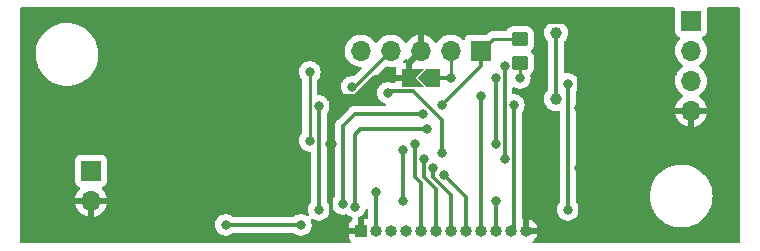
<source format=gbl>
G04 #@! TF.GenerationSoftware,KiCad,Pcbnew,(6.0.6)*
G04 #@! TF.CreationDate,2023-04-07T17:07:22+02:00*
G04 #@! TF.ProjectId,LampeSolairePetite,4c616d70-6553-46f6-9c61-697265506574,R00*
G04 #@! TF.SameCoordinates,Original*
G04 #@! TF.FileFunction,Copper,L2,Bot*
G04 #@! TF.FilePolarity,Positive*
%FSLAX46Y46*%
G04 Gerber Fmt 4.6, Leading zero omitted, Abs format (unit mm)*
G04 Created by KiCad (PCBNEW (6.0.6)) date 2023-04-07 17:07:22*
%MOMM*%
%LPD*%
G01*
G04 APERTURE LIST*
G04 Aperture macros list*
%AMRoundRect*
0 Rectangle with rounded corners*
0 $1 Rounding radius*
0 $2 $3 $4 $5 $6 $7 $8 $9 X,Y pos of 4 corners*
0 Add a 4 corners polygon primitive as box body*
4,1,4,$2,$3,$4,$5,$6,$7,$8,$9,$2,$3,0*
0 Add four circle primitives for the rounded corners*
1,1,$1+$1,$2,$3*
1,1,$1+$1,$4,$5*
1,1,$1+$1,$6,$7*
1,1,$1+$1,$8,$9*
0 Add four rect primitives between the rounded corners*
20,1,$1+$1,$2,$3,$4,$5,0*
20,1,$1+$1,$4,$5,$6,$7,0*
20,1,$1+$1,$6,$7,$8,$9,0*
20,1,$1+$1,$8,$9,$2,$3,0*%
%AMFreePoly0*
4,1,6,0.587500,-0.725000,-0.587500,-0.725000,-1.287500,0.000000,-0.587500,0.725000,0.587500,0.725000,0.587500,-0.725000,0.587500,-0.725000,$1*%
%AMFreePoly1*
4,1,6,0.587500,0.000000,1.287500,-0.725000,-0.587500,-0.725000,-0.587500,0.725000,1.287500,0.725000,0.587500,0.000000,0.587500,0.000000,$1*%
G04 Aperture macros list end*
G04 #@! TA.AperFunction,ComponentPad*
%ADD10R,1.700000X1.700000*%
G04 #@! TD*
G04 #@! TA.AperFunction,ComponentPad*
%ADD11O,1.700000X1.700000*%
G04 #@! TD*
G04 #@! TA.AperFunction,ComponentPad*
%ADD12R,1.000000X1.000000*%
G04 #@! TD*
G04 #@! TA.AperFunction,ComponentPad*
%ADD13O,1.000000X1.000000*%
G04 #@! TD*
G04 #@! TA.AperFunction,SMDPad,CuDef*
%ADD14FreePoly0,0.000000*%
G04 #@! TD*
G04 #@! TA.AperFunction,SMDPad,CuDef*
%ADD15FreePoly1,0.000000*%
G04 #@! TD*
G04 #@! TA.AperFunction,SMDPad,CuDef*
%ADD16RoundRect,0.250000X-0.450000X0.350000X-0.450000X-0.350000X0.450000X-0.350000X0.450000X0.350000X0*%
G04 #@! TD*
G04 #@! TA.AperFunction,ViaPad*
%ADD17C,1.000000*%
G04 #@! TD*
G04 #@! TA.AperFunction,ViaPad*
%ADD18C,0.800000*%
G04 #@! TD*
G04 #@! TA.AperFunction,Conductor*
%ADD19C,0.300000*%
G04 #@! TD*
G04 #@! TA.AperFunction,Conductor*
%ADD20C,0.500000*%
G04 #@! TD*
G04 #@! TA.AperFunction,Conductor*
%ADD21C,0.250000*%
G04 #@! TD*
G04 APERTURE END LIST*
D10*
X96520000Y-86360000D03*
D11*
X96520000Y-88900000D03*
D12*
X119380000Y-91440000D03*
D13*
X120650000Y-91440000D03*
X121920000Y-91440000D03*
X123190000Y-91440000D03*
X124460000Y-91440000D03*
X125730000Y-91440000D03*
X127000000Y-91440000D03*
X128270000Y-91440000D03*
X129540000Y-91440000D03*
X130810000Y-91440000D03*
X132080000Y-91440000D03*
X133350000Y-91440000D03*
D10*
X129535000Y-76200000D03*
D11*
X126995000Y-76200000D03*
X124455000Y-76200000D03*
X121915000Y-76200000D03*
X119375000Y-76200000D03*
D10*
X147320000Y-73660000D03*
D11*
X147320000Y-76200000D03*
X147320000Y-78740000D03*
X147320000Y-81280000D03*
D14*
X125497500Y-78486000D03*
D15*
X123422500Y-78486000D03*
D16*
X132842000Y-75200000D03*
X132842000Y-77200000D03*
D17*
X137922000Y-76962000D03*
X116840000Y-84074000D03*
X116840000Y-80010000D03*
X105918000Y-81788000D03*
X137922000Y-81026000D03*
X105918000Y-78994000D03*
X137922000Y-86106000D03*
D18*
X130793000Y-78486660D03*
X123952000Y-84074000D03*
X127000000Y-78486000D03*
X132842000Y-78486000D03*
X115062000Y-83820000D03*
X115062000Y-77978000D03*
X130793000Y-84074660D03*
D17*
X135890000Y-80264000D03*
X135890000Y-74676000D03*
D18*
X136906000Y-89662000D03*
X136906000Y-78994000D03*
X120650000Y-88138000D03*
X124714000Y-85344000D03*
X125476000Y-86106000D03*
X126386977Y-86719023D03*
X129540000Y-80010000D03*
X130810000Y-88900000D03*
X122936000Y-88900000D03*
X122936000Y-84582000D03*
X132334000Y-80772000D03*
X126259977Y-80750023D03*
X115824000Y-80859500D03*
X115824000Y-89662000D03*
X131542500Y-77470000D03*
X131572000Y-85344000D03*
X118618000Y-79248000D03*
X126238000Y-84836000D03*
X121666000Y-79756000D03*
X124947262Y-82838787D03*
X118872000Y-89408000D03*
X124676683Y-81540638D03*
X107950000Y-90932000D03*
X114300000Y-90932000D03*
X117856000Y-89154000D03*
D19*
X133350000Y-91440000D02*
X136652000Y-91440000D01*
X119380000Y-91440000D02*
X117348000Y-91440000D01*
D20*
X137922000Y-76962000D02*
X137922000Y-81026000D01*
D19*
X116840000Y-84074000D02*
X116840000Y-80010000D01*
D20*
X124455000Y-76200000D02*
X123422500Y-77232500D01*
D19*
X116840000Y-90932000D02*
X116840000Y-84074000D01*
X117348000Y-91440000D02*
X116840000Y-90932000D01*
D20*
X123422500Y-78486000D02*
X120581375Y-78486000D01*
X116927500Y-80097500D02*
X116840000Y-80010000D01*
D19*
X137922000Y-90170000D02*
X137922000Y-86106000D01*
D20*
X124455000Y-76200000D02*
X124455000Y-74681000D01*
D19*
X136652000Y-91440000D02*
X137922000Y-90170000D01*
D20*
X124455000Y-74681000D02*
X125476000Y-73660000D01*
D19*
X137922000Y-86106000D02*
X137922000Y-81026000D01*
D20*
X123422500Y-77232500D02*
X123422500Y-78486000D01*
X125476000Y-73660000D02*
X136906000Y-73660000D01*
X120581375Y-78486000D02*
X118969875Y-80097500D01*
X136906000Y-73660000D02*
X137922000Y-74676000D01*
X105918000Y-78994000D02*
X105918000Y-81788000D01*
X118969875Y-80097500D02*
X116927500Y-80097500D01*
X137922000Y-74676000D02*
X137922000Y-76962000D01*
D21*
X126995000Y-76200000D02*
X126995000Y-78481000D01*
D19*
X130810000Y-84057660D02*
X130793000Y-84074660D01*
X125497500Y-78486000D02*
X127000000Y-78486000D01*
X124460000Y-91440000D02*
X124460000Y-87376000D01*
D21*
X132842000Y-78486000D02*
X132842000Y-77200000D01*
X115062000Y-77978000D02*
X115062000Y-83820000D01*
X126995000Y-78481000D02*
X127000000Y-78486000D01*
D19*
X130793000Y-78486660D02*
X130810000Y-78503660D01*
X123952000Y-86868000D02*
X123952000Y-84074000D01*
X130810000Y-78503660D02*
X130810000Y-84057660D01*
X124460000Y-87376000D02*
X123952000Y-86868000D01*
X135890000Y-80264000D02*
X135890000Y-74676000D01*
X136906000Y-89662000D02*
X136906000Y-78994000D01*
X120650000Y-88138000D02*
X120650000Y-91440000D01*
X124714000Y-86868000D02*
X124714000Y-85344000D01*
X125730000Y-87884000D02*
X124714000Y-86868000D01*
X125730000Y-91440000D02*
X125730000Y-87884000D01*
X127000000Y-91440000D02*
X127000000Y-88392000D01*
X125476000Y-86868000D02*
X125476000Y-86106000D01*
X127000000Y-88392000D02*
X125476000Y-86868000D01*
X128270000Y-88602046D02*
X126386977Y-86719023D01*
X128270000Y-91440000D02*
X128270000Y-88602046D01*
X129540000Y-80010000D02*
X129540000Y-91440000D01*
X130810000Y-91440000D02*
X130810000Y-88900000D01*
X122936000Y-84582000D02*
X122936000Y-88900000D01*
X132334000Y-80772000D02*
X132334000Y-91186000D01*
X132334000Y-91186000D02*
X132080000Y-91440000D01*
D21*
X130551000Y-75184000D02*
X132826000Y-75184000D01*
X129535000Y-76200000D02*
X130551000Y-75184000D01*
D19*
X129535000Y-76200000D02*
X129535000Y-77475000D01*
D21*
X132826000Y-75184000D02*
X132842000Y-75200000D01*
D19*
X129535000Y-77475000D02*
X126259977Y-80750023D01*
X115824000Y-80859500D02*
X115824000Y-89662000D01*
X131542500Y-85314500D02*
X131572000Y-85344000D01*
X131542500Y-77470000D02*
X131542500Y-85314500D01*
X121725000Y-79561000D02*
X121666000Y-79620000D01*
X121666000Y-79620000D02*
X121666000Y-79756000D01*
X118618000Y-79248000D02*
X118867000Y-79248000D01*
X126238000Y-82042000D02*
X123757000Y-79561000D01*
X118867000Y-79248000D02*
X121915000Y-76200000D01*
X126238000Y-84836000D02*
X126238000Y-82042000D01*
X123757000Y-79561000D02*
X121725000Y-79561000D01*
X118872000Y-83312000D02*
X119345213Y-82838787D01*
X118872000Y-89408000D02*
X118872000Y-83312000D01*
X119345213Y-82838787D02*
X124947262Y-82838787D01*
X107950000Y-90932000D02*
X114300000Y-90932000D01*
X117856000Y-89154000D02*
X117856000Y-82550000D01*
X117856000Y-82550000D02*
X118865362Y-81540638D01*
X118865362Y-81540638D02*
X124676683Y-81540638D01*
G04 #@! TA.AperFunction,Conductor*
G36*
X145926249Y-72528502D02*
G01*
X145972742Y-72582158D01*
X145982846Y-72652432D01*
X145976111Y-72678728D01*
X145968255Y-72699684D01*
X145961500Y-72761866D01*
X145961500Y-74558134D01*
X145968255Y-74620316D01*
X146019385Y-74756705D01*
X146106739Y-74873261D01*
X146223295Y-74960615D01*
X146231704Y-74963767D01*
X146231705Y-74963768D01*
X146340451Y-75004535D01*
X146397216Y-75047176D01*
X146421916Y-75113738D01*
X146406709Y-75183087D01*
X146387316Y-75209568D01*
X146309715Y-75290773D01*
X146260629Y-75342138D01*
X146257720Y-75346403D01*
X146257714Y-75346411D01*
X146214193Y-75410211D01*
X146134743Y-75526680D01*
X146040688Y-75729305D01*
X145980989Y-75944570D01*
X145957251Y-76166695D01*
X145957548Y-76171848D01*
X145957548Y-76171851D01*
X145963011Y-76266590D01*
X145970110Y-76389715D01*
X145971247Y-76394761D01*
X145971248Y-76394767D01*
X145982031Y-76442614D01*
X146019222Y-76607639D01*
X146103266Y-76814616D01*
X146105965Y-76819020D01*
X146217291Y-77000688D01*
X146219987Y-77005088D01*
X146366250Y-77173938D01*
X146538126Y-77316632D01*
X146608595Y-77357811D01*
X146611445Y-77359476D01*
X146660169Y-77411114D01*
X146673240Y-77480897D01*
X146646509Y-77546669D01*
X146606055Y-77580027D01*
X146593607Y-77586507D01*
X146589474Y-77589610D01*
X146589471Y-77589612D01*
X146419100Y-77717530D01*
X146414965Y-77720635D01*
X146411393Y-77724373D01*
X146276251Y-77865791D01*
X146260629Y-77882138D01*
X146257715Y-77886410D01*
X146257714Y-77886411D01*
X146239838Y-77912617D01*
X146134743Y-78066680D01*
X146108213Y-78123834D01*
X146048720Y-78252002D01*
X146040688Y-78269305D01*
X145980989Y-78484570D01*
X145957251Y-78706695D01*
X145957548Y-78711848D01*
X145957548Y-78711851D01*
X145969812Y-78924547D01*
X145970110Y-78929715D01*
X145971247Y-78934761D01*
X145971248Y-78934767D01*
X145984597Y-78994000D01*
X146019222Y-79147639D01*
X146057461Y-79241811D01*
X146089236Y-79320063D01*
X146103266Y-79354616D01*
X146125396Y-79390729D01*
X146211320Y-79530944D01*
X146219987Y-79545088D01*
X146366250Y-79713938D01*
X146538126Y-79856632D01*
X146563525Y-79871474D01*
X146611955Y-79899774D01*
X146660679Y-79951412D01*
X146673750Y-80021195D01*
X146647019Y-80086967D01*
X146606562Y-80120327D01*
X146598457Y-80124546D01*
X146589738Y-80130036D01*
X146419433Y-80257905D01*
X146411726Y-80264748D01*
X146264590Y-80418717D01*
X146258104Y-80426727D01*
X146138098Y-80602649D01*
X146133000Y-80611623D01*
X146043338Y-80804783D01*
X146039775Y-80814470D01*
X145984389Y-81014183D01*
X145985912Y-81022607D01*
X145998292Y-81026000D01*
X148638344Y-81026000D01*
X148651875Y-81022027D01*
X148653180Y-81012947D01*
X148611214Y-80845875D01*
X148607894Y-80836124D01*
X148522972Y-80640814D01*
X148518105Y-80631739D01*
X148402426Y-80452926D01*
X148396136Y-80444757D01*
X148252806Y-80287240D01*
X148245273Y-80280215D01*
X148078139Y-80148222D01*
X148069556Y-80142520D01*
X148032602Y-80122120D01*
X147982631Y-80071687D01*
X147967859Y-80002245D01*
X147992975Y-79935839D01*
X148020327Y-79909232D01*
X148074409Y-79870656D01*
X148199860Y-79781173D01*
X148256180Y-79725050D01*
X148303089Y-79678304D01*
X148358096Y-79623489D01*
X148367739Y-79610070D01*
X148485435Y-79446277D01*
X148488453Y-79442077D01*
X148515089Y-79388184D01*
X148585136Y-79246453D01*
X148585137Y-79246451D01*
X148587430Y-79241811D01*
X148652370Y-79028069D01*
X148681529Y-78806590D01*
X148683156Y-78740000D01*
X148664852Y-78517361D01*
X148610431Y-78300702D01*
X148521354Y-78095840D01*
X148452520Y-77989439D01*
X148402822Y-77912617D01*
X148402820Y-77912614D01*
X148400014Y-77908277D01*
X148249670Y-77743051D01*
X148245619Y-77739852D01*
X148245615Y-77739848D01*
X148078414Y-77607800D01*
X148078410Y-77607798D01*
X148074359Y-77604598D01*
X148033053Y-77581796D01*
X147983084Y-77531364D01*
X147968312Y-77461921D01*
X147993428Y-77395516D01*
X148020780Y-77368909D01*
X148064603Y-77337650D01*
X148199860Y-77241173D01*
X148250447Y-77190763D01*
X148294124Y-77147238D01*
X148358096Y-77083489D01*
X148417594Y-77000689D01*
X148485435Y-76906277D01*
X148488453Y-76902077D01*
X148501995Y-76874678D01*
X148585136Y-76706453D01*
X148585137Y-76706451D01*
X148587430Y-76701811D01*
X148652370Y-76488069D01*
X148681529Y-76266590D01*
X148681897Y-76251522D01*
X148683074Y-76203365D01*
X148683074Y-76203361D01*
X148683156Y-76200000D01*
X148664852Y-75977361D01*
X148610431Y-75760702D01*
X148521354Y-75555840D01*
X148460371Y-75461574D01*
X148402822Y-75372617D01*
X148402820Y-75372614D01*
X148400014Y-75368277D01*
X148396532Y-75364450D01*
X148252798Y-75206488D01*
X148221746Y-75142642D01*
X148230141Y-75072143D01*
X148275317Y-75017375D01*
X148301761Y-75003706D01*
X148408297Y-74963767D01*
X148416705Y-74960615D01*
X148533261Y-74873261D01*
X148620615Y-74756705D01*
X148671745Y-74620316D01*
X148678500Y-74558134D01*
X148678500Y-72761866D01*
X148671745Y-72699684D01*
X148663889Y-72678728D01*
X148658707Y-72607921D01*
X148692629Y-72545552D01*
X148754885Y-72511424D01*
X148781872Y-72508500D01*
X151365500Y-72508500D01*
X151433621Y-72528502D01*
X151480114Y-72582158D01*
X151491500Y-72634500D01*
X151491500Y-92365500D01*
X151471498Y-92433621D01*
X151417842Y-92480114D01*
X151365500Y-92491500D01*
X134007404Y-92491500D01*
X133939283Y-92471498D01*
X133892790Y-92417842D01*
X133882686Y-92347568D01*
X133912180Y-92282988D01*
X133929831Y-92266210D01*
X134043645Y-92177289D01*
X134052527Y-92168831D01*
X134173643Y-92028517D01*
X134180711Y-92018497D01*
X134272262Y-91857337D01*
X134277256Y-91846121D01*
X134322142Y-91711190D01*
X134322643Y-91697097D01*
X134316454Y-91694000D01*
X133222000Y-91694000D01*
X133153879Y-91673998D01*
X133107386Y-91620342D01*
X133096000Y-91568000D01*
X133096000Y-91167885D01*
X133604000Y-91167885D01*
X133608475Y-91183124D01*
X133609865Y-91184329D01*
X133617548Y-91186000D01*
X134308183Y-91186000D01*
X134321714Y-91182027D01*
X134322806Y-91174433D01*
X134288231Y-91059919D01*
X134283560Y-91048586D01*
X134196540Y-90884923D01*
X134189751Y-90874706D01*
X134072603Y-90731067D01*
X134063959Y-90722363D01*
X133921144Y-90604216D01*
X133910973Y-90597356D01*
X133747924Y-90509196D01*
X133736619Y-90504444D01*
X133621308Y-90468750D01*
X133607205Y-90468544D01*
X133604000Y-90475299D01*
X133604000Y-91167885D01*
X133096000Y-91167885D01*
X133096000Y-90482076D01*
X133091525Y-90466837D01*
X133088613Y-90464314D01*
X133035986Y-90440279D01*
X132997603Y-90380553D01*
X132992500Y-90345056D01*
X132992500Y-81446759D01*
X133012502Y-81378638D01*
X133024864Y-81362449D01*
X133068621Y-81313852D01*
X133068622Y-81313851D01*
X133073040Y-81308944D01*
X133168527Y-81143556D01*
X133227542Y-80961928D01*
X133228680Y-80951107D01*
X133246814Y-80778565D01*
X133247504Y-80772000D01*
X133236428Y-80666620D01*
X133228232Y-80588635D01*
X133228232Y-80588633D01*
X133227542Y-80582072D01*
X133168527Y-80400444D01*
X133081582Y-80249851D01*
X134876719Y-80249851D01*
X134877235Y-80255995D01*
X134892581Y-80438749D01*
X134893268Y-80446934D01*
X134906830Y-80494229D01*
X134944269Y-80624794D01*
X134947783Y-80637050D01*
X134962980Y-80666620D01*
X135033987Y-80804783D01*
X135038187Y-80812956D01*
X135161035Y-80967953D01*
X135165728Y-80971947D01*
X135165729Y-80971948D01*
X135265427Y-81056797D01*
X135311650Y-81096136D01*
X135484294Y-81192624D01*
X135672392Y-81253740D01*
X135868777Y-81277158D01*
X135874912Y-81276686D01*
X135874914Y-81276686D01*
X136059831Y-81262457D01*
X136059836Y-81262456D01*
X136065972Y-81261984D01*
X136071907Y-81260327D01*
X136087617Y-81255941D01*
X136158607Y-81256888D01*
X136217816Y-81296064D01*
X136246445Y-81361033D01*
X136247500Y-81377300D01*
X136247500Y-88987241D01*
X136227498Y-89055362D01*
X136215136Y-89071551D01*
X136166960Y-89125056D01*
X136071473Y-89290444D01*
X136012458Y-89472072D01*
X136011768Y-89478633D01*
X136011768Y-89478635D01*
X136000593Y-89584960D01*
X135992496Y-89662000D01*
X135993186Y-89668565D01*
X136010863Y-89836749D01*
X136012458Y-89851928D01*
X136071473Y-90033556D01*
X136166960Y-90198944D01*
X136171378Y-90203851D01*
X136171379Y-90203852D01*
X136270174Y-90313575D01*
X136294747Y-90340866D01*
X136350098Y-90381081D01*
X136443773Y-90449140D01*
X136449248Y-90453118D01*
X136455276Y-90455802D01*
X136455278Y-90455803D01*
X136615983Y-90527353D01*
X136623712Y-90530794D01*
X136717113Y-90550647D01*
X136804056Y-90569128D01*
X136804061Y-90569128D01*
X136810513Y-90570500D01*
X137001487Y-90570500D01*
X137007939Y-90569128D01*
X137007944Y-90569128D01*
X137094887Y-90550647D01*
X137188288Y-90530794D01*
X137196017Y-90527353D01*
X137356722Y-90455803D01*
X137356724Y-90455802D01*
X137362752Y-90453118D01*
X137368228Y-90449140D01*
X137461902Y-90381081D01*
X137517253Y-90340866D01*
X137541826Y-90313575D01*
X137640621Y-90203852D01*
X137640622Y-90203851D01*
X137645040Y-90198944D01*
X137740527Y-90033556D01*
X137799542Y-89851928D01*
X137801138Y-89836749D01*
X137818814Y-89668565D01*
X137819504Y-89662000D01*
X137811407Y-89584960D01*
X137800232Y-89478635D01*
X137800232Y-89478633D01*
X137799542Y-89472072D01*
X137740527Y-89290444D01*
X137645040Y-89125056D01*
X137596864Y-89071551D01*
X137566146Y-89007544D01*
X137564500Y-88987241D01*
X137564500Y-88546485D01*
X143836854Y-88546485D01*
X143837156Y-88550320D01*
X143855108Y-88778417D01*
X143862370Y-88870695D01*
X143927206Y-89189378D01*
X144030398Y-89497784D01*
X144032052Y-89501253D01*
X144032053Y-89501254D01*
X144044044Y-89526393D01*
X144170405Y-89791316D01*
X144172467Y-89794553D01*
X144172470Y-89794558D01*
X144220320Y-89869667D01*
X144345141Y-90065597D01*
X144347584Y-90068560D01*
X144347585Y-90068562D01*
X144519239Y-90276794D01*
X144552001Y-90316538D01*
X144787902Y-90540399D01*
X145049326Y-90733843D01*
X145063871Y-90742072D01*
X145329019Y-90892086D01*
X145329023Y-90892088D01*
X145332376Y-90893985D01*
X145632832Y-91018438D01*
X145713420Y-91040787D01*
X145942500Y-91104317D01*
X145942508Y-91104319D01*
X145946216Y-91105347D01*
X146267856Y-91153416D01*
X146271154Y-91153560D01*
X146382918Y-91158440D01*
X146382922Y-91158440D01*
X146384294Y-91158500D01*
X146582598Y-91158500D01*
X146824605Y-91143698D01*
X146828388Y-91142997D01*
X146828395Y-91142996D01*
X147028459Y-91105916D01*
X147144372Y-91084433D01*
X147353682Y-91018438D01*
X147450860Y-90987798D01*
X147450863Y-90987797D01*
X147454532Y-90986640D01*
X147458029Y-90985046D01*
X147458035Y-90985044D01*
X147746954Y-90853376D01*
X147746958Y-90853374D01*
X147750462Y-90851777D01*
X147798411Y-90822394D01*
X148024473Y-90683863D01*
X148024476Y-90683861D01*
X148027751Y-90681854D01*
X148030755Y-90679464D01*
X148030760Y-90679461D01*
X148155008Y-90580629D01*
X148282264Y-90479405D01*
X148284958Y-90476664D01*
X148284962Y-90476660D01*
X148507513Y-90250190D01*
X148507517Y-90250185D01*
X148510208Y-90247447D01*
X148675707Y-90031765D01*
X148705835Y-89992502D01*
X148705837Y-89992498D01*
X148708185Y-89989439D01*
X148837346Y-89770166D01*
X148871289Y-89712543D01*
X148871291Y-89712540D01*
X148873242Y-89709227D01*
X149002920Y-89410988D01*
X149004319Y-89406267D01*
X149067483Y-89193027D01*
X149095285Y-89099169D01*
X149148961Y-88778417D01*
X149163146Y-88453515D01*
X149145243Y-88226041D01*
X149137932Y-88133140D01*
X149137932Y-88133137D01*
X149137630Y-88129305D01*
X149072794Y-87810622D01*
X148969602Y-87502216D01*
X148951396Y-87464045D01*
X148886370Y-87327715D01*
X148829595Y-87208684D01*
X148654859Y-86934403D01*
X148507470Y-86755606D01*
X148450442Y-86686425D01*
X148450438Y-86686420D01*
X148447999Y-86683462D01*
X148212098Y-86459601D01*
X147950674Y-86266157D01*
X147745781Y-86150234D01*
X147670981Y-86107914D01*
X147670977Y-86107912D01*
X147667624Y-86106015D01*
X147367168Y-85981562D01*
X147263712Y-85952871D01*
X147057500Y-85895683D01*
X147057492Y-85895681D01*
X147053784Y-85894653D01*
X146732144Y-85846584D01*
X146728846Y-85846440D01*
X146617082Y-85841560D01*
X146617078Y-85841560D01*
X146615706Y-85841500D01*
X146417402Y-85841500D01*
X146175395Y-85856302D01*
X146171612Y-85857003D01*
X146171605Y-85857004D01*
X146042438Y-85880944D01*
X145855628Y-85915567D01*
X145671058Y-85973762D01*
X145549140Y-86012202D01*
X145549137Y-86012203D01*
X145545468Y-86013360D01*
X145541971Y-86014954D01*
X145541965Y-86014956D01*
X145253046Y-86146624D01*
X145253042Y-86146626D01*
X145249538Y-86148223D01*
X145246259Y-86150233D01*
X145246256Y-86150234D01*
X145082153Y-86250797D01*
X144972249Y-86318146D01*
X144969245Y-86320536D01*
X144969240Y-86320539D01*
X144844992Y-86419371D01*
X144717736Y-86520595D01*
X144715042Y-86523336D01*
X144715038Y-86523340D01*
X144492487Y-86749810D01*
X144492483Y-86749815D01*
X144489792Y-86752553D01*
X144291815Y-87010561D01*
X144180255Y-87199953D01*
X144147997Y-87254717D01*
X144126758Y-87290773D01*
X143997080Y-87589012D01*
X143995986Y-87592706D01*
X143995984Y-87592711D01*
X143974936Y-87663768D01*
X143904715Y-87900831D01*
X143851039Y-88221583D01*
X143836854Y-88546485D01*
X137564500Y-88546485D01*
X137564500Y-81547966D01*
X145988257Y-81547966D01*
X146018565Y-81682446D01*
X146021645Y-81692275D01*
X146101770Y-81889603D01*
X146106413Y-81898794D01*
X146217694Y-82080388D01*
X146223777Y-82088699D01*
X146363213Y-82249667D01*
X146370580Y-82256883D01*
X146534434Y-82392916D01*
X146542881Y-82398831D01*
X146726756Y-82506279D01*
X146736042Y-82510729D01*
X146935001Y-82586703D01*
X146944899Y-82589579D01*
X147048250Y-82610606D01*
X147062299Y-82609410D01*
X147066000Y-82599065D01*
X147066000Y-82598517D01*
X147574000Y-82598517D01*
X147578064Y-82612359D01*
X147591478Y-82614393D01*
X147598184Y-82613534D01*
X147608262Y-82611392D01*
X147812255Y-82550191D01*
X147821842Y-82546433D01*
X148013095Y-82452739D01*
X148021945Y-82447464D01*
X148195328Y-82323792D01*
X148203200Y-82317139D01*
X148354052Y-82166812D01*
X148360730Y-82158965D01*
X148485003Y-81986020D01*
X148490313Y-81977183D01*
X148584670Y-81786267D01*
X148588469Y-81776672D01*
X148650377Y-81572910D01*
X148652555Y-81562837D01*
X148653986Y-81551962D01*
X148651775Y-81537778D01*
X148638617Y-81534000D01*
X147592115Y-81534000D01*
X147576876Y-81538475D01*
X147575671Y-81539865D01*
X147574000Y-81547548D01*
X147574000Y-82598517D01*
X147066000Y-82598517D01*
X147066000Y-81552115D01*
X147061525Y-81536876D01*
X147060135Y-81535671D01*
X147052452Y-81534000D01*
X146003225Y-81534000D01*
X145989694Y-81537973D01*
X145988257Y-81547966D01*
X137564500Y-81547966D01*
X137564500Y-79668759D01*
X137584502Y-79600638D01*
X137596864Y-79584449D01*
X137640621Y-79535852D01*
X137640622Y-79535851D01*
X137645040Y-79530944D01*
X137740527Y-79365556D01*
X137799542Y-79183928D01*
X137801138Y-79168749D01*
X137818814Y-79000565D01*
X137819504Y-78994000D01*
X137813278Y-78934767D01*
X137800232Y-78810635D01*
X137800232Y-78810633D01*
X137799542Y-78804072D01*
X137740527Y-78622444D01*
X137725383Y-78596213D01*
X137658049Y-78479588D01*
X137645040Y-78457056D01*
X137562805Y-78365724D01*
X137521675Y-78320045D01*
X137521674Y-78320044D01*
X137517253Y-78315134D01*
X137402829Y-78232000D01*
X137368094Y-78206763D01*
X137368093Y-78206762D01*
X137362752Y-78202882D01*
X137356724Y-78200198D01*
X137356722Y-78200197D01*
X137194319Y-78127891D01*
X137194318Y-78127891D01*
X137188288Y-78125206D01*
X137085888Y-78103440D01*
X137007944Y-78086872D01*
X137007939Y-78086872D01*
X137001487Y-78085500D01*
X136810513Y-78085500D01*
X136804061Y-78086872D01*
X136804056Y-78086872D01*
X136700697Y-78108842D01*
X136629906Y-78103440D01*
X136573273Y-78060623D01*
X136548780Y-77993985D01*
X136548500Y-77985595D01*
X136548500Y-75501456D01*
X136568502Y-75433335D01*
X136586165Y-75411956D01*
X136588847Y-75409861D01*
X136653463Y-75335003D01*
X136714049Y-75264813D01*
X136714050Y-75264811D01*
X136718078Y-75260145D01*
X136815769Y-75088179D01*
X136878197Y-74900513D01*
X136902985Y-74704295D01*
X136903222Y-74687296D01*
X136903331Y-74679523D01*
X136903331Y-74679520D01*
X136903380Y-74676000D01*
X136884080Y-74479167D01*
X136878973Y-74462250D01*
X136828697Y-74295731D01*
X136826916Y-74289831D01*
X136734066Y-74115204D01*
X136651004Y-74013360D01*
X136612960Y-73966713D01*
X136612957Y-73966710D01*
X136609065Y-73961938D01*
X136602724Y-73956692D01*
X136461425Y-73839799D01*
X136461421Y-73839797D01*
X136456675Y-73835870D01*
X136282701Y-73741802D01*
X136093768Y-73683318D01*
X136087643Y-73682674D01*
X136087642Y-73682674D01*
X135903204Y-73663289D01*
X135903202Y-73663289D01*
X135897075Y-73662645D01*
X135814576Y-73670153D01*
X135706251Y-73680011D01*
X135706248Y-73680012D01*
X135700112Y-73680570D01*
X135694206Y-73682308D01*
X135694202Y-73682309D01*
X135589076Y-73713249D01*
X135510381Y-73736410D01*
X135504923Y-73739263D01*
X135504919Y-73739265D01*
X135414147Y-73786720D01*
X135335110Y-73828040D01*
X135180975Y-73951968D01*
X135053846Y-74103474D01*
X135050879Y-74108872D01*
X135050875Y-74108877D01*
X135021822Y-74161725D01*
X134958567Y-74276787D01*
X134956706Y-74282654D01*
X134956705Y-74282656D01*
X134900627Y-74459436D01*
X134898765Y-74465306D01*
X134876719Y-74661851D01*
X134878856Y-74687296D01*
X134892300Y-74847402D01*
X134893268Y-74858934D01*
X134904867Y-74899385D01*
X134935019Y-75004535D01*
X134947783Y-75049050D01*
X134950602Y-75054535D01*
X135031607Y-75212152D01*
X135038187Y-75224956D01*
X135161035Y-75379953D01*
X135165729Y-75383947D01*
X135165730Y-75383949D01*
X135187164Y-75402191D01*
X135226076Y-75461574D01*
X135231500Y-75498144D01*
X135231500Y-79438975D01*
X135211498Y-79507096D01*
X135189719Y-79531317D01*
X135190184Y-79531792D01*
X135185782Y-79536103D01*
X135180975Y-79539968D01*
X135053846Y-79691474D01*
X135050879Y-79696872D01*
X135050875Y-79696877D01*
X134995070Y-79798387D01*
X134958567Y-79864787D01*
X134956706Y-79870654D01*
X134956705Y-79870656D01*
X134910420Y-80016565D01*
X134898765Y-80053306D01*
X134876719Y-80249851D01*
X133081582Y-80249851D01*
X133073040Y-80235056D01*
X133059034Y-80219500D01*
X132949675Y-80098045D01*
X132949674Y-80098044D01*
X132945253Y-80093134D01*
X132830829Y-80010000D01*
X132796094Y-79984763D01*
X132796093Y-79984762D01*
X132790752Y-79980882D01*
X132784724Y-79978198D01*
X132784722Y-79978197D01*
X132622319Y-79905891D01*
X132622318Y-79905891D01*
X132616288Y-79903206D01*
X132512895Y-79881229D01*
X132435944Y-79864872D01*
X132435939Y-79864872D01*
X132429487Y-79863500D01*
X132327000Y-79863500D01*
X132258879Y-79843498D01*
X132212386Y-79789842D01*
X132201000Y-79737500D01*
X132201000Y-79388184D01*
X132221002Y-79320063D01*
X132274658Y-79273570D01*
X132344932Y-79263466D01*
X132385131Y-79277380D01*
X132385248Y-79277118D01*
X132388304Y-79278479D01*
X132388308Y-79278480D01*
X132391274Y-79279801D01*
X132506571Y-79331134D01*
X132559712Y-79354794D01*
X132653113Y-79374647D01*
X132740056Y-79393128D01*
X132740061Y-79393128D01*
X132746513Y-79394500D01*
X132937487Y-79394500D01*
X132943939Y-79393128D01*
X132943944Y-79393128D01*
X133030887Y-79374647D01*
X133124288Y-79354794D01*
X133172046Y-79333531D01*
X133292722Y-79279803D01*
X133292724Y-79279802D01*
X133298752Y-79277118D01*
X133329794Y-79254565D01*
X133413839Y-79193502D01*
X133453253Y-79164866D01*
X133532247Y-79077134D01*
X133576621Y-79027852D01*
X133576622Y-79027851D01*
X133581040Y-79022944D01*
X133653411Y-78897594D01*
X133673223Y-78863279D01*
X133673224Y-78863278D01*
X133676527Y-78857556D01*
X133735542Y-78675928D01*
X133740143Y-78632158D01*
X133754814Y-78492565D01*
X133755504Y-78486000D01*
X133744280Y-78379206D01*
X133736233Y-78302642D01*
X133736232Y-78302638D01*
X133735542Y-78296072D01*
X133730497Y-78280544D01*
X133728471Y-78209576D01*
X133764702Y-78149496D01*
X133766348Y-78148478D01*
X133891305Y-78023303D01*
X133960325Y-77911333D01*
X133980275Y-77878968D01*
X133980276Y-77878966D01*
X133984115Y-77872738D01*
X134027130Y-77743051D01*
X134037632Y-77711389D01*
X134037632Y-77711387D01*
X134039797Y-77704861D01*
X134050500Y-77600400D01*
X134050500Y-76799600D01*
X134049622Y-76791134D01*
X134040238Y-76700692D01*
X134040237Y-76700688D01*
X134039526Y-76693834D01*
X133995834Y-76562872D01*
X133985868Y-76533002D01*
X133983550Y-76526054D01*
X133890478Y-76375652D01*
X133803891Y-76289216D01*
X133769812Y-76226934D01*
X133774815Y-76156114D01*
X133803736Y-76111025D01*
X133886134Y-76028483D01*
X133891305Y-76023303D01*
X133922718Y-75972342D01*
X133980275Y-75878968D01*
X133980276Y-75878966D01*
X133984115Y-75872738D01*
X134019611Y-75765720D01*
X134037632Y-75711389D01*
X134037632Y-75711387D01*
X134039797Y-75704861D01*
X134050500Y-75600400D01*
X134050500Y-74799600D01*
X134046098Y-74757173D01*
X134040238Y-74700692D01*
X134040237Y-74700688D01*
X134039526Y-74693834D01*
X134034752Y-74679523D01*
X133985868Y-74533002D01*
X133983550Y-74526054D01*
X133890478Y-74375652D01*
X133765303Y-74250695D01*
X133759072Y-74246854D01*
X133620968Y-74161725D01*
X133620966Y-74161724D01*
X133614738Y-74157885D01*
X133534995Y-74131436D01*
X133453389Y-74104368D01*
X133453387Y-74104368D01*
X133446861Y-74102203D01*
X133440025Y-74101503D01*
X133440022Y-74101502D01*
X133396969Y-74097091D01*
X133342400Y-74091500D01*
X132341600Y-74091500D01*
X132338354Y-74091837D01*
X132338350Y-74091837D01*
X132242692Y-74101762D01*
X132242688Y-74101763D01*
X132235834Y-74102474D01*
X132229298Y-74104655D01*
X132229296Y-74104655D01*
X132181369Y-74120645D01*
X132068054Y-74158450D01*
X131917652Y-74251522D01*
X131792695Y-74376697D01*
X131788855Y-74382927D01*
X131788854Y-74382928D01*
X131722474Y-74490616D01*
X131669702Y-74538109D01*
X131615214Y-74550500D01*
X130629767Y-74550500D01*
X130618584Y-74549973D01*
X130611091Y-74548298D01*
X130603165Y-74548547D01*
X130603164Y-74548547D01*
X130543001Y-74550438D01*
X130539043Y-74550500D01*
X130511144Y-74550500D01*
X130507154Y-74551004D01*
X130495320Y-74551936D01*
X130451111Y-74553326D01*
X130443497Y-74555538D01*
X130443492Y-74555539D01*
X130431659Y-74558977D01*
X130412296Y-74562988D01*
X130392203Y-74565526D01*
X130384836Y-74568443D01*
X130384831Y-74568444D01*
X130351092Y-74581802D01*
X130339865Y-74585646D01*
X130297407Y-74597982D01*
X130290581Y-74602019D01*
X130279972Y-74608293D01*
X130262224Y-74616988D01*
X130243383Y-74624448D01*
X130236967Y-74629110D01*
X130236966Y-74629110D01*
X130207613Y-74650436D01*
X130197693Y-74656952D01*
X130166465Y-74675420D01*
X130166462Y-74675422D01*
X130159638Y-74679458D01*
X130145317Y-74693779D01*
X130130284Y-74706619D01*
X130113893Y-74718528D01*
X130108842Y-74724634D01*
X130085702Y-74752605D01*
X130077712Y-74761384D01*
X130034501Y-74804595D01*
X129972189Y-74838621D01*
X129945406Y-74841500D01*
X128636866Y-74841500D01*
X128574684Y-74848255D01*
X128438295Y-74899385D01*
X128321739Y-74986739D01*
X128234385Y-75103295D01*
X128231233Y-75111703D01*
X128189919Y-75221907D01*
X128147277Y-75278671D01*
X128080716Y-75303371D01*
X128011367Y-75288163D01*
X127978743Y-75262476D01*
X127928151Y-75206875D01*
X127928142Y-75206866D01*
X127924670Y-75203051D01*
X127920619Y-75199852D01*
X127920615Y-75199848D01*
X127753414Y-75067800D01*
X127753410Y-75067798D01*
X127749359Y-75064598D01*
X127713028Y-75044542D01*
X127657494Y-75013886D01*
X127553789Y-74956638D01*
X127548920Y-74954914D01*
X127548916Y-74954912D01*
X127348087Y-74883795D01*
X127348083Y-74883794D01*
X127343212Y-74882069D01*
X127338119Y-74881162D01*
X127338116Y-74881161D01*
X127128373Y-74843800D01*
X127128367Y-74843799D01*
X127123284Y-74842894D01*
X127049452Y-74841992D01*
X126905081Y-74840228D01*
X126905079Y-74840228D01*
X126899911Y-74840165D01*
X126679091Y-74873955D01*
X126466756Y-74943357D01*
X126433604Y-74960615D01*
X126275108Y-75043123D01*
X126268607Y-75046507D01*
X126264474Y-75049610D01*
X126264471Y-75049612D01*
X126140567Y-75142642D01*
X126089965Y-75180635D01*
X126064541Y-75207240D01*
X125996280Y-75278671D01*
X125935629Y-75342138D01*
X125932720Y-75346403D01*
X125932714Y-75346411D01*
X125889193Y-75410211D01*
X125828204Y-75499618D01*
X125827898Y-75500066D01*
X125772987Y-75545069D01*
X125702462Y-75553240D01*
X125638715Y-75521986D01*
X125618018Y-75497502D01*
X125537426Y-75372926D01*
X125531136Y-75364757D01*
X125387806Y-75207240D01*
X125380273Y-75200215D01*
X125213139Y-75068222D01*
X125204552Y-75062517D01*
X125018117Y-74959599D01*
X125008705Y-74955369D01*
X124807959Y-74884280D01*
X124797988Y-74881646D01*
X124726837Y-74868972D01*
X124713540Y-74870432D01*
X124709000Y-74884989D01*
X124709000Y-76328000D01*
X124688998Y-76396121D01*
X124635342Y-76442614D01*
X124583000Y-76454000D01*
X124327000Y-76454000D01*
X124258879Y-76433998D01*
X124212386Y-76380342D01*
X124201000Y-76328000D01*
X124201000Y-74883102D01*
X124197082Y-74869758D01*
X124182806Y-74867771D01*
X124144324Y-74873660D01*
X124134288Y-74876051D01*
X123931868Y-74942212D01*
X123922359Y-74946209D01*
X123733463Y-75044542D01*
X123724738Y-75050036D01*
X123554433Y-75177905D01*
X123546726Y-75184748D01*
X123399590Y-75338717D01*
X123393109Y-75346722D01*
X123288498Y-75500074D01*
X123233587Y-75545076D01*
X123163062Y-75553247D01*
X123099315Y-75521993D01*
X123078618Y-75497509D01*
X122997822Y-75372617D01*
X122997820Y-75372614D01*
X122995014Y-75368277D01*
X122844670Y-75203051D01*
X122840619Y-75199852D01*
X122840615Y-75199848D01*
X122673414Y-75067800D01*
X122673410Y-75067798D01*
X122669359Y-75064598D01*
X122633028Y-75044542D01*
X122577494Y-75013886D01*
X122473789Y-74956638D01*
X122468920Y-74954914D01*
X122468916Y-74954912D01*
X122268087Y-74883795D01*
X122268083Y-74883794D01*
X122263212Y-74882069D01*
X122258119Y-74881162D01*
X122258116Y-74881161D01*
X122048373Y-74843800D01*
X122048367Y-74843799D01*
X122043284Y-74842894D01*
X121969452Y-74841992D01*
X121825081Y-74840228D01*
X121825079Y-74840228D01*
X121819911Y-74840165D01*
X121599091Y-74873955D01*
X121386756Y-74943357D01*
X121353604Y-74960615D01*
X121195108Y-75043123D01*
X121188607Y-75046507D01*
X121184474Y-75049610D01*
X121184471Y-75049612D01*
X121060567Y-75142642D01*
X121009965Y-75180635D01*
X120984541Y-75207240D01*
X120916280Y-75278671D01*
X120855629Y-75342138D01*
X120748201Y-75499621D01*
X120693293Y-75544621D01*
X120622768Y-75552792D01*
X120559021Y-75521538D01*
X120538324Y-75497054D01*
X120457822Y-75372617D01*
X120457820Y-75372614D01*
X120455014Y-75368277D01*
X120304670Y-75203051D01*
X120300619Y-75199852D01*
X120300615Y-75199848D01*
X120133414Y-75067800D01*
X120133410Y-75067798D01*
X120129359Y-75064598D01*
X120093028Y-75044542D01*
X120037494Y-75013886D01*
X119933789Y-74956638D01*
X119928920Y-74954914D01*
X119928916Y-74954912D01*
X119728087Y-74883795D01*
X119728083Y-74883794D01*
X119723212Y-74882069D01*
X119718119Y-74881162D01*
X119718116Y-74881161D01*
X119508373Y-74843800D01*
X119508367Y-74843799D01*
X119503284Y-74842894D01*
X119429452Y-74841992D01*
X119285081Y-74840228D01*
X119285079Y-74840228D01*
X119279911Y-74840165D01*
X119059091Y-74873955D01*
X118846756Y-74943357D01*
X118813604Y-74960615D01*
X118655108Y-75043123D01*
X118648607Y-75046507D01*
X118644474Y-75049610D01*
X118644471Y-75049612D01*
X118520567Y-75142642D01*
X118469965Y-75180635D01*
X118444541Y-75207240D01*
X118376280Y-75278671D01*
X118315629Y-75342138D01*
X118312720Y-75346403D01*
X118312714Y-75346411D01*
X118269193Y-75410211D01*
X118189743Y-75526680D01*
X118095688Y-75729305D01*
X118035989Y-75944570D01*
X118012251Y-76166695D01*
X118012548Y-76171848D01*
X118012548Y-76171851D01*
X118018011Y-76266590D01*
X118025110Y-76389715D01*
X118026247Y-76394761D01*
X118026248Y-76394767D01*
X118037031Y-76442614D01*
X118074222Y-76607639D01*
X118158266Y-76814616D01*
X118160965Y-76819020D01*
X118272291Y-77000688D01*
X118274987Y-77005088D01*
X118421250Y-77173938D01*
X118593126Y-77316632D01*
X118786000Y-77429338D01*
X118790825Y-77431180D01*
X118790826Y-77431181D01*
X118816686Y-77441056D01*
X118994692Y-77509030D01*
X118999760Y-77510061D01*
X118999763Y-77510062D01*
X119064860Y-77523306D01*
X119213597Y-77553567D01*
X119218771Y-77553757D01*
X119218773Y-77553757D01*
X119326544Y-77557709D01*
X119393886Y-77580194D01*
X119438381Y-77635517D01*
X119445903Y-77706114D01*
X119411021Y-77772719D01*
X118869694Y-78314046D01*
X118807382Y-78348072D01*
X118754402Y-78348197D01*
X118713487Y-78339500D01*
X118522513Y-78339500D01*
X118516061Y-78340872D01*
X118516056Y-78340872D01*
X118448279Y-78355279D01*
X118335712Y-78379206D01*
X118329682Y-78381891D01*
X118329681Y-78381891D01*
X118167278Y-78454197D01*
X118167276Y-78454198D01*
X118161248Y-78456882D01*
X118155907Y-78460762D01*
X118155906Y-78460763D01*
X118129996Y-78479588D01*
X118006747Y-78569134D01*
X118002326Y-78574044D01*
X118002325Y-78574045D01*
X117903445Y-78683863D01*
X117878960Y-78711056D01*
X117858863Y-78745865D01*
X117797626Y-78851931D01*
X117783473Y-78876444D01*
X117724458Y-79058072D01*
X117723768Y-79064633D01*
X117723768Y-79064635D01*
X117712524Y-79171618D01*
X117704496Y-79248000D01*
X117705186Y-79254565D01*
X117719894Y-79394500D01*
X117724458Y-79437928D01*
X117783473Y-79619556D01*
X117878960Y-79784944D01*
X117883378Y-79789851D01*
X117883379Y-79789852D01*
X118002325Y-79921955D01*
X118006747Y-79926866D01*
X118094615Y-79990706D01*
X118130207Y-80016565D01*
X118161248Y-80039118D01*
X118167276Y-80041802D01*
X118167278Y-80041803D01*
X118301929Y-80101753D01*
X118335712Y-80116794D01*
X118429113Y-80136647D01*
X118516056Y-80155128D01*
X118516061Y-80155128D01*
X118522513Y-80156500D01*
X118713487Y-80156500D01*
X118719939Y-80155128D01*
X118719944Y-80155128D01*
X118806887Y-80136647D01*
X118900288Y-80116794D01*
X118934071Y-80101753D01*
X119068722Y-80041803D01*
X119068724Y-80041802D01*
X119074752Y-80039118D01*
X119105794Y-80016565D01*
X119141385Y-79990706D01*
X119229253Y-79926866D01*
X119233675Y-79921955D01*
X119352621Y-79789852D01*
X119352622Y-79789851D01*
X119357040Y-79784944D01*
X119452527Y-79619556D01*
X119455609Y-79610069D01*
X119457020Y-79607768D01*
X119457254Y-79607242D01*
X119457323Y-79607273D01*
X119486347Y-79559913D01*
X121488928Y-77557332D01*
X121551240Y-77523306D01*
X121603140Y-77522956D01*
X121753597Y-77553567D01*
X121758772Y-77553757D01*
X121758774Y-77553757D01*
X121971673Y-77561564D01*
X121971677Y-77561564D01*
X121976837Y-77561753D01*
X121981957Y-77561097D01*
X121981959Y-77561097D01*
X122193132Y-77534045D01*
X122263242Y-77545229D01*
X122316176Y-77592543D01*
X122335127Y-77660963D01*
X122333859Y-77676956D01*
X122322416Y-77756541D01*
X122321776Y-77765495D01*
X122321776Y-78213885D01*
X122326251Y-78229124D01*
X122327641Y-78230329D01*
X122335324Y-78232000D01*
X123550500Y-78232000D01*
X123618621Y-78252002D01*
X123665114Y-78305658D01*
X123676500Y-78358000D01*
X123676500Y-78614000D01*
X123656498Y-78682121D01*
X123602842Y-78728614D01*
X123550500Y-78740000D01*
X122339891Y-78740000D01*
X122324652Y-78744475D01*
X122323447Y-78745865D01*
X122321776Y-78753548D01*
X122321776Y-78776500D01*
X122301774Y-78844621D01*
X122248118Y-78891114D01*
X122195776Y-78902500D01*
X122009422Y-78902500D01*
X121958174Y-78891607D01*
X121954323Y-78889892D01*
X121954315Y-78889889D01*
X121948288Y-78887206D01*
X121835721Y-78863279D01*
X121767944Y-78848872D01*
X121767939Y-78848872D01*
X121761487Y-78847500D01*
X121570513Y-78847500D01*
X121564061Y-78848872D01*
X121564056Y-78848872D01*
X121496279Y-78863279D01*
X121383712Y-78887206D01*
X121377682Y-78889891D01*
X121377681Y-78889891D01*
X121215278Y-78962197D01*
X121215276Y-78962198D01*
X121209248Y-78964882D01*
X121203907Y-78968762D01*
X121203906Y-78968763D01*
X121177707Y-78987798D01*
X121054747Y-79077134D01*
X121050326Y-79082044D01*
X121050325Y-79082045D01*
X120952937Y-79190206D01*
X120926960Y-79219056D01*
X120910249Y-79248000D01*
X120846152Y-79359020D01*
X120831473Y-79384444D01*
X120772458Y-79566072D01*
X120771768Y-79572633D01*
X120771768Y-79572635D01*
X120766864Y-79619292D01*
X120752496Y-79756000D01*
X120753186Y-79762565D01*
X120771398Y-79935839D01*
X120772458Y-79945928D01*
X120831473Y-80127556D01*
X120834776Y-80133278D01*
X120834777Y-80133279D01*
X120847392Y-80155128D01*
X120926960Y-80292944D01*
X120931378Y-80297851D01*
X120931379Y-80297852D01*
X121050325Y-80429955D01*
X121054747Y-80434866D01*
X121209248Y-80547118D01*
X121215276Y-80549802D01*
X121215278Y-80549803D01*
X121287756Y-80582072D01*
X121383712Y-80624794D01*
X121419526Y-80632407D01*
X121421805Y-80632891D01*
X121484279Y-80666620D01*
X121518600Y-80728769D01*
X121513872Y-80799608D01*
X121471596Y-80856646D01*
X121405195Y-80881773D01*
X121395608Y-80882138D01*
X118947418Y-80882138D01*
X118935562Y-80881579D01*
X118935559Y-80881579D01*
X118927825Y-80879850D01*
X118856993Y-80882076D01*
X118853035Y-80882138D01*
X118823930Y-80882138D01*
X118819530Y-80882694D01*
X118807698Y-80883626D01*
X118761531Y-80885076D01*
X118740941Y-80891058D01*
X118721580Y-80895068D01*
X118714592Y-80895950D01*
X118708158Y-80896763D01*
X118708157Y-80896763D01*
X118700298Y-80897756D01*
X118692933Y-80900672D01*
X118692929Y-80900673D01*
X118657344Y-80914762D01*
X118646114Y-80918607D01*
X118601761Y-80931493D01*
X118594937Y-80935529D01*
X118583305Y-80942408D01*
X118565549Y-80951107D01*
X118545606Y-80959003D01*
X118527789Y-80971948D01*
X118508230Y-80986158D01*
X118498311Y-80992673D01*
X118465385Y-81012146D01*
X118465381Y-81012149D01*
X118458555Y-81016186D01*
X118443394Y-81031347D01*
X118428362Y-81044186D01*
X118411005Y-81056797D01*
X118383279Y-81090313D01*
X118381560Y-81092390D01*
X118373570Y-81101171D01*
X117448391Y-82026349D01*
X117439612Y-82034337D01*
X117432920Y-82038584D01*
X117427495Y-82044361D01*
X117384395Y-82090258D01*
X117381640Y-82093100D01*
X117361073Y-82113667D01*
X117358356Y-82117170D01*
X117350648Y-82126195D01*
X117319028Y-82159867D01*
X117315207Y-82166818D01*
X117315206Y-82166819D01*
X117308697Y-82178658D01*
X117297843Y-82195182D01*
X117294775Y-82199138D01*
X117284696Y-82212132D01*
X117281549Y-82219404D01*
X117281548Y-82219406D01*
X117266346Y-82254535D01*
X117261124Y-82265195D01*
X117238876Y-82305663D01*
X117233541Y-82326441D01*
X117227142Y-82345131D01*
X117218620Y-82364824D01*
X117217380Y-82372655D01*
X117211394Y-82410448D01*
X117208987Y-82422071D01*
X117197500Y-82466812D01*
X117197500Y-82488259D01*
X117195949Y-82507969D01*
X117192594Y-82529152D01*
X117193340Y-82537043D01*
X117196941Y-82575138D01*
X117197500Y-82586996D01*
X117197500Y-88479241D01*
X117177498Y-88547362D01*
X117165136Y-88563551D01*
X117116960Y-88617056D01*
X117021473Y-88782444D01*
X116962458Y-88964072D01*
X116942496Y-89154000D01*
X116962458Y-89343928D01*
X117021473Y-89525556D01*
X117024776Y-89531278D01*
X117024777Y-89531279D01*
X117052252Y-89578866D01*
X117116960Y-89690944D01*
X117121378Y-89695851D01*
X117121379Y-89695852D01*
X117203280Y-89786812D01*
X117244747Y-89832866D01*
X117399248Y-89945118D01*
X117405276Y-89947802D01*
X117405278Y-89947803D01*
X117564811Y-90018831D01*
X117573712Y-90022794D01*
X117667113Y-90042647D01*
X117754056Y-90061128D01*
X117754061Y-90061128D01*
X117760513Y-90062500D01*
X117951487Y-90062500D01*
X117957940Y-90061128D01*
X117957953Y-90061127D01*
X118121495Y-90026364D01*
X118192285Y-90031765D01*
X118241328Y-90065300D01*
X118256322Y-90081953D01*
X118256329Y-90081959D01*
X118260747Y-90086866D01*
X118266089Y-90090747D01*
X118266091Y-90090749D01*
X118391094Y-90181569D01*
X118415248Y-90199118D01*
X118421276Y-90201802D01*
X118421278Y-90201803D01*
X118458819Y-90218517D01*
X118589712Y-90276794D01*
X118590183Y-90276894D01*
X118646915Y-90315685D01*
X118674552Y-90381081D01*
X118662447Y-90451038D01*
X118624939Y-90496272D01*
X118524276Y-90571715D01*
X118511715Y-90584276D01*
X118435214Y-90686351D01*
X118426676Y-90701946D01*
X118381522Y-90822394D01*
X118377895Y-90837649D01*
X118372369Y-90888514D01*
X118372000Y-90895328D01*
X118372000Y-91167885D01*
X118376475Y-91183124D01*
X118377865Y-91184329D01*
X118385548Y-91186000D01*
X119107885Y-91186000D01*
X119123124Y-91181525D01*
X119124329Y-91180135D01*
X119126000Y-91172452D01*
X119126000Y-90450116D01*
X119115319Y-90413740D01*
X119115319Y-90342744D01*
X119153703Y-90283017D01*
X119184967Y-90263135D01*
X119322719Y-90201805D01*
X119322726Y-90201801D01*
X119328752Y-90199118D01*
X119368567Y-90170191D01*
X119384883Y-90158336D01*
X119483253Y-90086866D01*
X119506428Y-90061128D01*
X119606621Y-89949852D01*
X119606622Y-89949851D01*
X119611040Y-89944944D01*
X119697866Y-89794558D01*
X119703223Y-89785279D01*
X119703224Y-89785278D01*
X119706527Y-89779556D01*
X119745667Y-89659096D01*
X119785741Y-89600490D01*
X119851137Y-89572853D01*
X119921094Y-89584960D01*
X119973400Y-89632966D01*
X119991500Y-89698032D01*
X119991500Y-90306000D01*
X119971498Y-90374121D01*
X119917842Y-90420614D01*
X119865500Y-90432000D01*
X119652115Y-90432000D01*
X119636876Y-90436475D01*
X119635671Y-90437865D01*
X119634000Y-90445548D01*
X119634000Y-91568000D01*
X119613998Y-91636121D01*
X119560342Y-91682614D01*
X119508000Y-91694000D01*
X118390116Y-91694000D01*
X118374877Y-91698475D01*
X118373672Y-91699865D01*
X118372001Y-91707548D01*
X118372001Y-91984669D01*
X118372371Y-91991490D01*
X118377895Y-92042352D01*
X118381521Y-92057604D01*
X118426676Y-92178054D01*
X118435211Y-92193644D01*
X118507377Y-92289935D01*
X118532224Y-92356442D01*
X118517171Y-92425824D01*
X118466996Y-92476054D01*
X118406550Y-92491500D01*
X90634500Y-92491500D01*
X90566379Y-92471498D01*
X90519886Y-92417842D01*
X90508500Y-92365500D01*
X90508500Y-90932000D01*
X107036496Y-90932000D01*
X107037186Y-90938565D01*
X107048750Y-91048586D01*
X107056458Y-91121928D01*
X107115473Y-91303556D01*
X107210960Y-91468944D01*
X107338747Y-91610866D01*
X107425640Y-91673998D01*
X107476831Y-91711190D01*
X107493248Y-91723118D01*
X107499276Y-91725802D01*
X107499278Y-91725803D01*
X107661681Y-91798109D01*
X107667712Y-91800794D01*
X107761112Y-91820647D01*
X107848056Y-91839128D01*
X107848061Y-91839128D01*
X107854513Y-91840500D01*
X108045487Y-91840500D01*
X108051939Y-91839128D01*
X108051944Y-91839128D01*
X108138887Y-91820647D01*
X108232288Y-91800794D01*
X108238319Y-91798109D01*
X108400722Y-91725803D01*
X108400724Y-91725802D01*
X108406752Y-91723118D01*
X108423170Y-91711190D01*
X108548210Y-91620342D01*
X108556163Y-91614564D01*
X108623031Y-91590706D01*
X108630224Y-91590500D01*
X113619776Y-91590500D01*
X113687897Y-91610502D01*
X113693834Y-91614562D01*
X113701790Y-91620342D01*
X113826831Y-91711190D01*
X113843248Y-91723118D01*
X113849276Y-91725802D01*
X113849278Y-91725803D01*
X114011681Y-91798109D01*
X114017712Y-91800794D01*
X114111112Y-91820647D01*
X114198056Y-91839128D01*
X114198061Y-91839128D01*
X114204513Y-91840500D01*
X114395487Y-91840500D01*
X114401939Y-91839128D01*
X114401944Y-91839128D01*
X114488887Y-91820647D01*
X114582288Y-91800794D01*
X114588319Y-91798109D01*
X114750722Y-91725803D01*
X114750724Y-91725802D01*
X114756752Y-91723118D01*
X114773170Y-91711190D01*
X114824360Y-91673998D01*
X114911253Y-91610866D01*
X115039040Y-91468944D01*
X115134527Y-91303556D01*
X115193542Y-91121928D01*
X115201251Y-91048586D01*
X115212814Y-90938565D01*
X115213504Y-90932000D01*
X115209309Y-90892086D01*
X115194232Y-90748635D01*
X115194232Y-90748633D01*
X115193542Y-90742072D01*
X115171861Y-90675345D01*
X115136797Y-90567429D01*
X115134769Y-90496462D01*
X115171432Y-90435664D01*
X115235144Y-90404338D01*
X115305678Y-90412431D01*
X115330690Y-90426557D01*
X115367248Y-90453118D01*
X115373276Y-90455802D01*
X115373278Y-90455803D01*
X115533983Y-90527353D01*
X115541712Y-90530794D01*
X115635113Y-90550647D01*
X115722056Y-90569128D01*
X115722061Y-90569128D01*
X115728513Y-90570500D01*
X115919487Y-90570500D01*
X115925939Y-90569128D01*
X115925944Y-90569128D01*
X116012887Y-90550647D01*
X116106288Y-90530794D01*
X116114017Y-90527353D01*
X116274722Y-90455803D01*
X116274724Y-90455802D01*
X116280752Y-90453118D01*
X116286228Y-90449140D01*
X116379902Y-90381081D01*
X116435253Y-90340866D01*
X116459826Y-90313575D01*
X116558621Y-90203852D01*
X116558622Y-90203851D01*
X116563040Y-90198944D01*
X116658527Y-90033556D01*
X116717542Y-89851928D01*
X116719138Y-89836749D01*
X116736814Y-89668565D01*
X116737504Y-89662000D01*
X116729407Y-89584960D01*
X116718232Y-89478635D01*
X116718232Y-89478633D01*
X116717542Y-89472072D01*
X116658527Y-89290444D01*
X116563040Y-89125056D01*
X116514864Y-89071551D01*
X116484146Y-89007544D01*
X116482500Y-88987241D01*
X116482500Y-81534259D01*
X116502502Y-81466138D01*
X116514864Y-81449949D01*
X116558621Y-81401352D01*
X116558622Y-81401351D01*
X116563040Y-81396444D01*
X116631910Y-81277158D01*
X116655223Y-81236779D01*
X116655224Y-81236778D01*
X116658527Y-81231056D01*
X116717542Y-81049428D01*
X116719443Y-81031347D01*
X116736814Y-80866065D01*
X116737504Y-80859500D01*
X116731209Y-80799608D01*
X116718232Y-80676135D01*
X116718232Y-80676133D01*
X116717542Y-80669572D01*
X116658527Y-80487944D01*
X116563040Y-80322556D01*
X116540797Y-80297852D01*
X116439675Y-80185545D01*
X116439674Y-80185544D01*
X116435253Y-80180634D01*
X116326683Y-80101753D01*
X116286094Y-80072263D01*
X116286093Y-80072262D01*
X116280752Y-80068382D01*
X116274724Y-80065698D01*
X116274722Y-80065697D01*
X116112319Y-79993391D01*
X116112318Y-79993391D01*
X116106288Y-79990706D01*
X116005760Y-79969338D01*
X115925944Y-79952372D01*
X115925939Y-79952372D01*
X115919487Y-79951000D01*
X115821500Y-79951000D01*
X115753379Y-79930998D01*
X115706886Y-79877342D01*
X115695500Y-79825000D01*
X115695500Y-78680524D01*
X115715502Y-78612403D01*
X115727858Y-78596221D01*
X115801040Y-78514944D01*
X115880201Y-78377834D01*
X115893223Y-78355279D01*
X115893224Y-78355278D01*
X115896527Y-78349556D01*
X115955542Y-78167928D01*
X115960177Y-78123834D01*
X115974814Y-77984565D01*
X115975504Y-77978000D01*
X115971947Y-77944153D01*
X115956232Y-77794635D01*
X115956232Y-77794633D01*
X115955542Y-77788072D01*
X115896527Y-77606444D01*
X115893038Y-77600400D01*
X115840881Y-77510062D01*
X115801040Y-77441056D01*
X115780859Y-77418642D01*
X115677675Y-77304045D01*
X115677674Y-77304044D01*
X115673253Y-77299134D01*
X115518752Y-77186882D01*
X115512724Y-77184198D01*
X115512722Y-77184197D01*
X115350319Y-77111891D01*
X115350318Y-77111891D01*
X115344288Y-77109206D01*
X115223300Y-77083489D01*
X115163944Y-77070872D01*
X115163939Y-77070872D01*
X115157487Y-77069500D01*
X114966513Y-77069500D01*
X114960061Y-77070872D01*
X114960056Y-77070872D01*
X114900700Y-77083489D01*
X114779712Y-77109206D01*
X114773682Y-77111891D01*
X114773681Y-77111891D01*
X114611278Y-77184197D01*
X114611276Y-77184198D01*
X114605248Y-77186882D01*
X114450747Y-77299134D01*
X114446326Y-77304044D01*
X114446325Y-77304045D01*
X114343142Y-77418642D01*
X114322960Y-77441056D01*
X114283119Y-77510062D01*
X114230963Y-77600400D01*
X114227473Y-77606444D01*
X114168458Y-77788072D01*
X114167768Y-77794633D01*
X114167768Y-77794635D01*
X114152053Y-77944153D01*
X114148496Y-77978000D01*
X114149186Y-77984565D01*
X114163824Y-78123834D01*
X114168458Y-78167928D01*
X114227473Y-78349556D01*
X114230776Y-78355278D01*
X114230777Y-78355279D01*
X114243799Y-78377834D01*
X114322960Y-78514944D01*
X114396137Y-78596215D01*
X114426853Y-78660221D01*
X114428500Y-78680524D01*
X114428500Y-83117476D01*
X114408498Y-83185597D01*
X114396142Y-83201779D01*
X114322960Y-83283056D01*
X114227473Y-83448444D01*
X114168458Y-83630072D01*
X114167768Y-83636633D01*
X114167768Y-83636635D01*
X114156138Y-83747287D01*
X114148496Y-83820000D01*
X114149186Y-83826565D01*
X114156826Y-83899251D01*
X114168458Y-84009928D01*
X114227473Y-84191556D01*
X114322960Y-84356944D01*
X114327378Y-84361851D01*
X114327379Y-84361852D01*
X114393692Y-84435500D01*
X114450747Y-84498866D01*
X114463107Y-84507846D01*
X114574207Y-84588565D01*
X114605248Y-84611118D01*
X114611276Y-84613802D01*
X114611278Y-84613803D01*
X114773681Y-84686109D01*
X114779712Y-84688794D01*
X114873113Y-84708647D01*
X114960056Y-84727128D01*
X114960061Y-84727128D01*
X114966513Y-84728500D01*
X115039500Y-84728500D01*
X115107621Y-84748502D01*
X115154114Y-84802158D01*
X115165500Y-84854500D01*
X115165500Y-88987241D01*
X115145498Y-89055362D01*
X115133136Y-89071551D01*
X115084960Y-89125056D01*
X114989473Y-89290444D01*
X114930458Y-89472072D01*
X114929768Y-89478633D01*
X114929768Y-89478635D01*
X114918593Y-89584960D01*
X114910496Y-89662000D01*
X114911186Y-89668565D01*
X114928863Y-89836749D01*
X114930458Y-89851928D01*
X114946047Y-89899907D01*
X114987203Y-90026571D01*
X114989231Y-90097538D01*
X114952568Y-90158336D01*
X114888856Y-90189662D01*
X114818322Y-90181569D01*
X114793310Y-90167443D01*
X114756752Y-90140882D01*
X114750724Y-90138198D01*
X114750722Y-90138197D01*
X114588319Y-90065891D01*
X114588318Y-90065891D01*
X114582288Y-90063206D01*
X114469721Y-90039279D01*
X114401944Y-90024872D01*
X114401939Y-90024872D01*
X114395487Y-90023500D01*
X114204513Y-90023500D01*
X114198061Y-90024872D01*
X114198056Y-90024872D01*
X114130279Y-90039279D01*
X114017712Y-90063206D01*
X114011682Y-90065891D01*
X114011681Y-90065891D01*
X113849278Y-90138197D01*
X113849276Y-90138198D01*
X113843248Y-90140882D01*
X113694092Y-90249251D01*
X113693837Y-90249436D01*
X113626969Y-90273294D01*
X113619776Y-90273500D01*
X108630224Y-90273500D01*
X108562103Y-90253498D01*
X108556163Y-90249436D01*
X108555909Y-90249251D01*
X108406752Y-90140882D01*
X108400724Y-90138198D01*
X108400722Y-90138197D01*
X108238319Y-90065891D01*
X108238318Y-90065891D01*
X108232288Y-90063206D01*
X108119721Y-90039279D01*
X108051944Y-90024872D01*
X108051939Y-90024872D01*
X108045487Y-90023500D01*
X107854513Y-90023500D01*
X107848061Y-90024872D01*
X107848056Y-90024872D01*
X107780279Y-90039279D01*
X107667712Y-90063206D01*
X107661682Y-90065891D01*
X107661681Y-90065891D01*
X107499278Y-90138197D01*
X107499276Y-90138198D01*
X107493248Y-90140882D01*
X107338747Y-90253134D01*
X107334326Y-90258044D01*
X107334325Y-90258045D01*
X107224019Y-90380553D01*
X107210960Y-90395056D01*
X107179735Y-90449140D01*
X107128745Y-90537457D01*
X107115473Y-90560444D01*
X107056458Y-90742072D01*
X107055768Y-90748633D01*
X107055768Y-90748635D01*
X107040691Y-90892086D01*
X107036496Y-90932000D01*
X90508500Y-90932000D01*
X90508500Y-89167966D01*
X95188257Y-89167966D01*
X95218565Y-89302446D01*
X95221645Y-89312275D01*
X95301770Y-89509603D01*
X95306413Y-89518794D01*
X95417694Y-89700388D01*
X95423777Y-89708699D01*
X95563213Y-89869667D01*
X95570580Y-89876883D01*
X95734434Y-90012916D01*
X95742881Y-90018831D01*
X95926756Y-90126279D01*
X95936042Y-90130729D01*
X96135001Y-90206703D01*
X96144899Y-90209579D01*
X96248250Y-90230606D01*
X96262299Y-90229410D01*
X96266000Y-90219065D01*
X96266000Y-90218517D01*
X96774000Y-90218517D01*
X96778064Y-90232359D01*
X96791478Y-90234393D01*
X96798184Y-90233534D01*
X96808262Y-90231392D01*
X97012255Y-90170191D01*
X97021842Y-90166433D01*
X97213095Y-90072739D01*
X97221945Y-90067464D01*
X97395328Y-89943792D01*
X97403200Y-89937139D01*
X97554052Y-89786812D01*
X97560730Y-89778965D01*
X97685003Y-89606020D01*
X97690313Y-89597183D01*
X97784670Y-89406267D01*
X97788469Y-89396672D01*
X97850377Y-89192910D01*
X97852555Y-89182837D01*
X97853986Y-89171962D01*
X97851775Y-89157778D01*
X97838617Y-89154000D01*
X96792115Y-89154000D01*
X96776876Y-89158475D01*
X96775671Y-89159865D01*
X96774000Y-89167548D01*
X96774000Y-90218517D01*
X96266000Y-90218517D01*
X96266000Y-89172115D01*
X96261525Y-89156876D01*
X96260135Y-89155671D01*
X96252452Y-89154000D01*
X95203225Y-89154000D01*
X95189694Y-89157973D01*
X95188257Y-89167966D01*
X90508500Y-89167966D01*
X90508500Y-87258134D01*
X95161500Y-87258134D01*
X95168255Y-87320316D01*
X95219385Y-87456705D01*
X95306739Y-87573261D01*
X95423295Y-87660615D01*
X95431704Y-87663767D01*
X95431705Y-87663768D01*
X95540960Y-87704726D01*
X95597725Y-87747367D01*
X95622425Y-87813929D01*
X95607218Y-87883278D01*
X95587825Y-87909759D01*
X95464590Y-88038717D01*
X95458104Y-88046727D01*
X95338098Y-88222649D01*
X95333000Y-88231623D01*
X95243338Y-88424783D01*
X95239775Y-88434470D01*
X95184389Y-88634183D01*
X95185912Y-88642607D01*
X95198292Y-88646000D01*
X97838344Y-88646000D01*
X97851875Y-88642027D01*
X97853180Y-88632947D01*
X97811214Y-88465875D01*
X97807894Y-88456124D01*
X97722972Y-88260814D01*
X97718105Y-88251739D01*
X97602426Y-88072926D01*
X97596136Y-88064757D01*
X97452293Y-87906677D01*
X97421241Y-87842831D01*
X97429635Y-87772333D01*
X97474812Y-87717564D01*
X97501256Y-87703895D01*
X97608297Y-87663767D01*
X97616705Y-87660615D01*
X97733261Y-87573261D01*
X97820615Y-87456705D01*
X97871745Y-87320316D01*
X97878500Y-87258134D01*
X97878500Y-85461866D01*
X97871745Y-85399684D01*
X97820615Y-85263295D01*
X97733261Y-85146739D01*
X97616705Y-85059385D01*
X97480316Y-85008255D01*
X97418134Y-85001500D01*
X95621866Y-85001500D01*
X95559684Y-85008255D01*
X95423295Y-85059385D01*
X95306739Y-85146739D01*
X95219385Y-85263295D01*
X95168255Y-85399684D01*
X95161500Y-85461866D01*
X95161500Y-87258134D01*
X90508500Y-87258134D01*
X90508500Y-76546485D01*
X91836854Y-76546485D01*
X91837156Y-76550320D01*
X91860517Y-76847145D01*
X91862370Y-76870695D01*
X91927206Y-77189378D01*
X92030398Y-77497784D01*
X92032052Y-77501253D01*
X92032053Y-77501254D01*
X92074198Y-77589612D01*
X92170405Y-77791316D01*
X92172467Y-77794553D01*
X92172470Y-77794558D01*
X92217851Y-77865791D01*
X92345141Y-78065597D01*
X92347584Y-78068560D01*
X92347585Y-78068562D01*
X92547643Y-78311251D01*
X92552001Y-78316538D01*
X92787902Y-78540399D01*
X93049326Y-78733843D01*
X93124722Y-78776500D01*
X93329019Y-78892086D01*
X93329023Y-78892088D01*
X93332376Y-78893985D01*
X93335937Y-78895460D01*
X93335939Y-78895461D01*
X93406159Y-78924547D01*
X93632832Y-79018438D01*
X93685424Y-79033023D01*
X93942500Y-79104317D01*
X93942508Y-79104319D01*
X93946216Y-79105347D01*
X94267856Y-79153416D01*
X94271154Y-79153560D01*
X94382918Y-79158440D01*
X94382922Y-79158440D01*
X94384294Y-79158500D01*
X94582598Y-79158500D01*
X94824605Y-79143698D01*
X94828388Y-79142997D01*
X94828395Y-79142996D01*
X95028459Y-79105916D01*
X95144372Y-79084433D01*
X95357526Y-79017226D01*
X95450860Y-78987798D01*
X95450863Y-78987797D01*
X95454532Y-78986640D01*
X95458029Y-78985046D01*
X95458035Y-78985044D01*
X95746954Y-78853376D01*
X95746958Y-78853374D01*
X95750462Y-78851777D01*
X95755203Y-78848872D01*
X96024473Y-78683863D01*
X96024476Y-78683861D01*
X96027751Y-78681854D01*
X96030755Y-78679464D01*
X96030760Y-78679461D01*
X96174341Y-78565251D01*
X96282264Y-78479405D01*
X96284958Y-78476664D01*
X96284962Y-78476660D01*
X96507513Y-78250190D01*
X96507517Y-78250185D01*
X96510208Y-78247447D01*
X96652236Y-78062353D01*
X96705835Y-77992502D01*
X96705837Y-77992498D01*
X96708185Y-77989439D01*
X96832777Y-77777923D01*
X96871289Y-77712543D01*
X96871291Y-77712540D01*
X96873242Y-77709227D01*
X97002920Y-77410988D01*
X97004941Y-77404167D01*
X97067483Y-77193027D01*
X97095285Y-77099169D01*
X97148961Y-76778417D01*
X97163146Y-76453515D01*
X97145314Y-76226934D01*
X97137932Y-76133140D01*
X97137932Y-76133137D01*
X97137630Y-76129305D01*
X97072794Y-75810622D01*
X96969602Y-75502216D01*
X96829595Y-75208684D01*
X96826007Y-75203051D01*
X96724121Y-75043123D01*
X96654859Y-74934403D01*
X96626922Y-74900513D01*
X96450442Y-74686425D01*
X96450438Y-74686420D01*
X96447999Y-74683462D01*
X96212098Y-74459601D01*
X95950674Y-74266157D01*
X95759304Y-74157885D01*
X95670981Y-74107914D01*
X95670977Y-74107912D01*
X95667624Y-74106015D01*
X95661490Y-74103474D01*
X95441139Y-74012202D01*
X95367168Y-73981562D01*
X95246522Y-73948104D01*
X95057500Y-73895683D01*
X95057492Y-73895681D01*
X95053784Y-73894653D01*
X94732144Y-73846584D01*
X94728846Y-73846440D01*
X94617082Y-73841560D01*
X94617078Y-73841560D01*
X94615706Y-73841500D01*
X94417402Y-73841500D01*
X94175395Y-73856302D01*
X94171612Y-73857003D01*
X94171605Y-73857004D01*
X94015511Y-73885935D01*
X93855628Y-73915567D01*
X93671058Y-73973762D01*
X93549140Y-74012202D01*
X93549137Y-74012203D01*
X93545468Y-74013360D01*
X93541971Y-74014954D01*
X93541965Y-74014956D01*
X93253046Y-74146624D01*
X93253042Y-74146626D01*
X93249538Y-74148223D01*
X93246259Y-74150233D01*
X93246256Y-74150234D01*
X93018455Y-74289831D01*
X92972249Y-74318146D01*
X92969245Y-74320536D01*
X92969240Y-74320539D01*
X92899954Y-74375652D01*
X92717736Y-74520595D01*
X92715042Y-74523336D01*
X92715038Y-74523340D01*
X92492487Y-74749810D01*
X92492483Y-74749815D01*
X92489792Y-74752553D01*
X92390735Y-74881646D01*
X92327721Y-74963768D01*
X92291815Y-75010561D01*
X92214014Y-75142642D01*
X92133887Y-75278671D01*
X92126758Y-75290773D01*
X91997080Y-75589012D01*
X91995986Y-75592706D01*
X91995984Y-75592711D01*
X91992759Y-75603598D01*
X91904715Y-75900831D01*
X91851039Y-76221583D01*
X91836854Y-76546485D01*
X90508500Y-76546485D01*
X90508500Y-72634500D01*
X90528502Y-72566379D01*
X90582158Y-72519886D01*
X90634500Y-72508500D01*
X145858128Y-72508500D01*
X145926249Y-72528502D01*
G37*
G04 #@! TD.AperFunction*
G04 #@! TA.AperFunction,Conductor*
G36*
X123267338Y-76874678D02*
G01*
X123295166Y-76906511D01*
X123352694Y-77000388D01*
X123358772Y-77008692D01*
X123385267Y-77039279D01*
X123414749Y-77103865D01*
X123404634Y-77174137D01*
X123358132Y-77227785D01*
X123290029Y-77247776D01*
X123080741Y-77247776D01*
X123012620Y-77227774D01*
X122966127Y-77174118D01*
X122956023Y-77103844D01*
X122978418Y-77048250D01*
X123083453Y-76902077D01*
X123084640Y-76902930D01*
X123131960Y-76859362D01*
X123201897Y-76847145D01*
X123267338Y-76874678D01*
G37*
G04 #@! TD.AperFunction*
M02*

</source>
